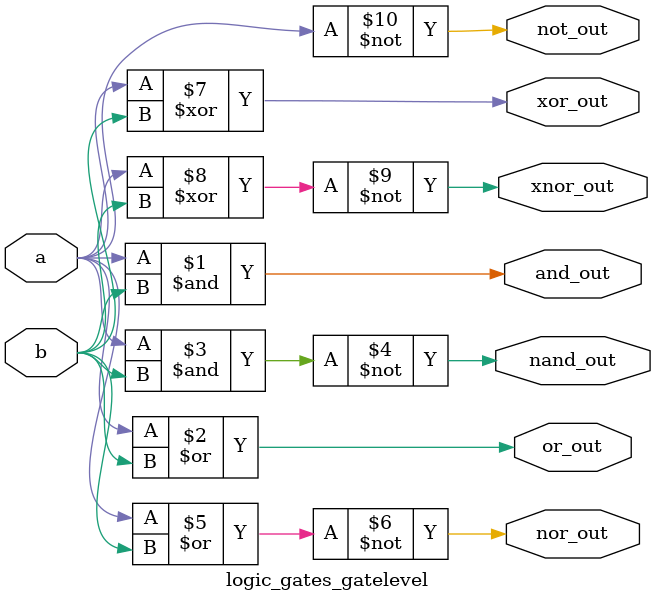
<source format=v>
`timescale 1ns / 1ps


module logic_gates_gatelevel(
        input wire a,
        input wire b,
        output wire and_out,
        output wire or_out,
        output wire not_out,
        output wire nand_out,
        output wire nor_out,
        output wire xor_out,
        output wire xnor_out
        );
        and(and_out,a,b);
        or(or_out,a,b);
        not(not_out,a);
        nand(nand_out,a,b);
        nor(nor_out,a,b);
        xor(xor_out,a,b);
        xnor(xnor_out,a,b);
        endmodule


</source>
